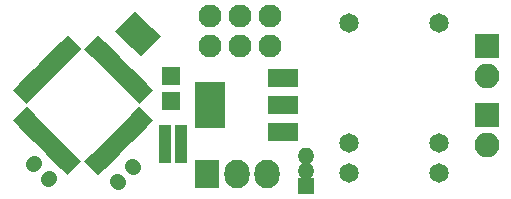
<source format=gbr>
G04 #@! TF.FileFunction,Soldermask,Top*
%FSLAX46Y46*%
G04 Gerber Fmt 4.6, Leading zero omitted, Abs format (unit mm)*
G04 Created by KiCad (PCBNEW 4.0.2+dfsg1-stable) date 2017年12月22日 星期五 14时14分46秒*
%MOMM*%
G01*
G04 APERTURE LIST*
%ADD10C,0.100000*%
%ADD11C,1.950000*%
%ADD12R,2.635200X1.619200*%
%ADD13R,2.600000X4.000000*%
%ADD14R,2.100000X2.100000*%
%ADD15O,2.100000X2.100000*%
%ADD16C,1.298400*%
%ADD17R,1.050000X0.900000*%
%ADD18R,1.600000X1.600000*%
%ADD19R,2.127200X2.432000*%
%ADD20O,2.127200X2.432000*%
%ADD21R,1.400000X1.400000*%
%ADD22O,1.400000X1.400000*%
%ADD23C,1.650000*%
G04 APERTURE END LIST*
D10*
D11*
X144063720Y-100457000D03*
X144063720Y-97917000D03*
X146603720Y-100457000D03*
X146603720Y-97917000D03*
X149143720Y-100457000D03*
X149143720Y-97917000D03*
D10*
G36*
X138616673Y-103425151D02*
X139294647Y-104103125D01*
X138113779Y-105283993D01*
X137435805Y-104606019D01*
X138616673Y-103425151D01*
X138616673Y-103425151D01*
G37*
G36*
X138050987Y-102859466D02*
X138728961Y-103537440D01*
X137548093Y-104718308D01*
X136870119Y-104040334D01*
X138050987Y-102859466D01*
X138050987Y-102859466D01*
G37*
G36*
X137485302Y-102293781D02*
X138163276Y-102971755D01*
X136982408Y-104152623D01*
X136304434Y-103474649D01*
X137485302Y-102293781D01*
X137485302Y-102293781D01*
G37*
G36*
X136919616Y-101728095D02*
X137597590Y-102406069D01*
X136416722Y-103586937D01*
X135738748Y-102908963D01*
X136919616Y-101728095D01*
X136919616Y-101728095D01*
G37*
G36*
X136353931Y-101162410D02*
X137031905Y-101840384D01*
X135851037Y-103021252D01*
X135173063Y-102343278D01*
X136353931Y-101162410D01*
X136353931Y-101162410D01*
G37*
G36*
X135788245Y-100596724D02*
X136466219Y-101274698D01*
X135285351Y-102455566D01*
X134607377Y-101777592D01*
X135788245Y-100596724D01*
X135788245Y-100596724D01*
G37*
G36*
X135222560Y-100031039D02*
X135900534Y-100709013D01*
X134719666Y-101889881D01*
X134041692Y-101211907D01*
X135222560Y-100031039D01*
X135222560Y-100031039D01*
G37*
G36*
X134656875Y-99465353D02*
X135334849Y-100143327D01*
X134153981Y-101324195D01*
X133476007Y-100646221D01*
X134656875Y-99465353D01*
X134656875Y-99465353D01*
G37*
G36*
X132043125Y-99465353D02*
X133223993Y-100646221D01*
X132546019Y-101324195D01*
X131365151Y-100143327D01*
X132043125Y-99465353D01*
X132043125Y-99465353D01*
G37*
G36*
X131477440Y-100031039D02*
X132658308Y-101211907D01*
X131980334Y-101889881D01*
X130799466Y-100709013D01*
X131477440Y-100031039D01*
X131477440Y-100031039D01*
G37*
G36*
X130911755Y-100596724D02*
X132092623Y-101777592D01*
X131414649Y-102455566D01*
X130233781Y-101274698D01*
X130911755Y-100596724D01*
X130911755Y-100596724D01*
G37*
G36*
X130346069Y-101162410D02*
X131526937Y-102343278D01*
X130848963Y-103021252D01*
X129668095Y-101840384D01*
X130346069Y-101162410D01*
X130346069Y-101162410D01*
G37*
G36*
X129780384Y-101728095D02*
X130961252Y-102908963D01*
X130283278Y-103586937D01*
X129102410Y-102406069D01*
X129780384Y-101728095D01*
X129780384Y-101728095D01*
G37*
G36*
X129214698Y-102293781D02*
X130395566Y-103474649D01*
X129717592Y-104152623D01*
X128536724Y-102971755D01*
X129214698Y-102293781D01*
X129214698Y-102293781D01*
G37*
G36*
X128649013Y-102859466D02*
X129829881Y-104040334D01*
X129151907Y-104718308D01*
X127971039Y-103537440D01*
X128649013Y-102859466D01*
X128649013Y-102859466D01*
G37*
G36*
X128083327Y-103425151D02*
X129264195Y-104606019D01*
X128586221Y-105283993D01*
X127405353Y-104103125D01*
X128083327Y-103425151D01*
X128083327Y-103425151D01*
G37*
G36*
X128586221Y-105536007D02*
X129264195Y-106213981D01*
X128083327Y-107394849D01*
X127405353Y-106716875D01*
X128586221Y-105536007D01*
X128586221Y-105536007D01*
G37*
G36*
X129151907Y-106101692D02*
X129829881Y-106779666D01*
X128649013Y-107960534D01*
X127971039Y-107282560D01*
X129151907Y-106101692D01*
X129151907Y-106101692D01*
G37*
G36*
X129717592Y-106667377D02*
X130395566Y-107345351D01*
X129214698Y-108526219D01*
X128536724Y-107848245D01*
X129717592Y-106667377D01*
X129717592Y-106667377D01*
G37*
G36*
X130283278Y-107233063D02*
X130961252Y-107911037D01*
X129780384Y-109091905D01*
X129102410Y-108413931D01*
X130283278Y-107233063D01*
X130283278Y-107233063D01*
G37*
G36*
X130848963Y-107798748D02*
X131526937Y-108476722D01*
X130346069Y-109657590D01*
X129668095Y-108979616D01*
X130848963Y-107798748D01*
X130848963Y-107798748D01*
G37*
G36*
X131414649Y-108364434D02*
X132092623Y-109042408D01*
X130911755Y-110223276D01*
X130233781Y-109545302D01*
X131414649Y-108364434D01*
X131414649Y-108364434D01*
G37*
G36*
X131980334Y-108930119D02*
X132658308Y-109608093D01*
X131477440Y-110788961D01*
X130799466Y-110110987D01*
X131980334Y-108930119D01*
X131980334Y-108930119D01*
G37*
G36*
X132546019Y-109495805D02*
X133223993Y-110173779D01*
X132043125Y-111354647D01*
X131365151Y-110676673D01*
X132546019Y-109495805D01*
X132546019Y-109495805D01*
G37*
G36*
X134153981Y-109495805D02*
X135334849Y-110676673D01*
X134656875Y-111354647D01*
X133476007Y-110173779D01*
X134153981Y-109495805D01*
X134153981Y-109495805D01*
G37*
G36*
X134719666Y-108930119D02*
X135900534Y-110110987D01*
X135222560Y-110788961D01*
X134041692Y-109608093D01*
X134719666Y-108930119D01*
X134719666Y-108930119D01*
G37*
G36*
X135285351Y-108364434D02*
X136466219Y-109545302D01*
X135788245Y-110223276D01*
X134607377Y-109042408D01*
X135285351Y-108364434D01*
X135285351Y-108364434D01*
G37*
G36*
X135851037Y-107798748D02*
X137031905Y-108979616D01*
X136353931Y-109657590D01*
X135173063Y-108476722D01*
X135851037Y-107798748D01*
X135851037Y-107798748D01*
G37*
G36*
X136416722Y-107233063D02*
X137597590Y-108413931D01*
X136919616Y-109091905D01*
X135738748Y-107911037D01*
X136416722Y-107233063D01*
X136416722Y-107233063D01*
G37*
G36*
X136982408Y-106667377D02*
X138163276Y-107848245D01*
X137485302Y-108526219D01*
X136304434Y-107345351D01*
X136982408Y-106667377D01*
X136982408Y-106667377D01*
G37*
G36*
X137548093Y-106101692D02*
X138728961Y-107282560D01*
X138050987Y-107960534D01*
X136870119Y-106779666D01*
X137548093Y-106101692D01*
X137548093Y-106101692D01*
G37*
G36*
X138113779Y-105536007D02*
X139294647Y-106716875D01*
X138616673Y-107394849D01*
X137435805Y-106213981D01*
X138113779Y-105536007D01*
X138113779Y-105536007D01*
G37*
D12*
X150291800Y-107721400D03*
X150291800Y-105410000D03*
X150291800Y-103098600D03*
D13*
X144094000Y-105410000D03*
D14*
X167528240Y-100416360D03*
D15*
X167528240Y-102956360D03*
D16*
X129094106Y-110440658D02*
X129236658Y-110298106D01*
X130351342Y-111697894D02*
X130493894Y-111555342D01*
D17*
X140295000Y-107512000D03*
X140295000Y-108312000D03*
X140295000Y-109112000D03*
X140295000Y-109912000D03*
X141645000Y-109912000D03*
X141645000Y-109112000D03*
X141645000Y-108312000D03*
X141645000Y-107512000D03*
D10*
G36*
X139164926Y-98824310D02*
X139942744Y-99602128D01*
X138245688Y-101299184D01*
X137467870Y-100521366D01*
X139164926Y-98824310D01*
X139164926Y-98824310D01*
G37*
G36*
X138457819Y-98117203D02*
X139235637Y-98895021D01*
X137538581Y-100592077D01*
X136760763Y-99814259D01*
X138457819Y-98117203D01*
X138457819Y-98117203D01*
G37*
G36*
X137750712Y-97410096D02*
X138528530Y-98187914D01*
X136831474Y-99884970D01*
X136053656Y-99107152D01*
X137750712Y-97410096D01*
X137750712Y-97410096D01*
G37*
D18*
X140843000Y-105063000D03*
X140843000Y-102963000D03*
D16*
X137463342Y-110552106D02*
X137605894Y-110694658D01*
X136206106Y-111809342D02*
X136348658Y-111951894D01*
D19*
X143891000Y-111252000D03*
D20*
X146431000Y-111252000D03*
X148971000Y-111252000D03*
D14*
X167528240Y-106283760D03*
D15*
X167528240Y-108823760D03*
D21*
X152273000Y-112268000D03*
D22*
X152273000Y-110998000D03*
X152273000Y-109728000D03*
D23*
X163504880Y-98445320D03*
X163504880Y-108605320D03*
X155884880Y-111145320D03*
X163504880Y-111145320D03*
X155884880Y-108605320D03*
X155884880Y-98445320D03*
M02*

</source>
